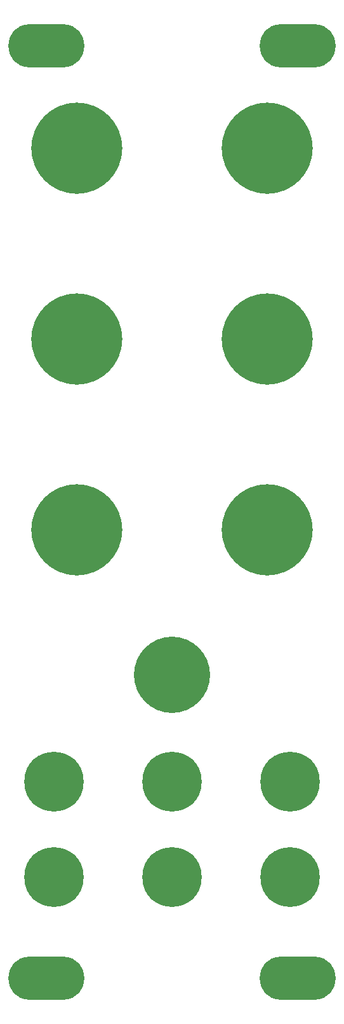
<source format=gbr>
%TF.GenerationSoftware,KiCad,Pcbnew,7.0.1*%
%TF.CreationDate,2024-08-13T21:27:21-04:00*%
%TF.ProjectId,front panel,66726f6e-7420-4706-916e-656c2e6b6963,rev?*%
%TF.SameCoordinates,Original*%
%TF.FileFunction,Soldermask,Bot*%
%TF.FilePolarity,Negative*%
%FSLAX46Y46*%
G04 Gerber Fmt 4.6, Leading zero omitted, Abs format (unit mm)*
G04 Created by KiCad (PCBNEW 7.0.1) date 2024-08-13 21:27:21*
%MOMM*%
%LPD*%
G01*
G04 APERTURE LIST*
%ADD10O,10.160000X5.740400*%
%ADD11C,10.160000*%
%ADD12C,12.150000*%
%ADD13C,7.924800*%
G04 APERTURE END LIST*
D10*
%TO.C,REF\u002A\u002A*%
X97536000Y-53721000D03*
%TD*%
%TO.C,REF\u002A\u002A*%
X131064000Y-53721000D03*
%TD*%
%TO.C,REF\u002A\u002A*%
X131064000Y-177800000D03*
%TD*%
%TO.C,REF\u002A\u002A*%
X97536000Y-177800000D03*
%TD*%
D11*
%TO.C,REF\u002A\u002A*%
X114300000Y-137414000D03*
%TD*%
D12*
%TO.C,REF\u002A\u002A*%
X127000000Y-118110000D03*
%TD*%
%TO.C,REF\u002A\u002A*%
X101600000Y-118110000D03*
%TD*%
%TO.C,REF\u002A\u002A*%
X101600000Y-92710000D03*
%TD*%
%TO.C,REF\u002A\u002A*%
X127000000Y-92710000D03*
%TD*%
%TO.C,REF\u002A\u002A*%
X127000000Y-67310000D03*
%TD*%
%TO.C,REF\u002A\u002A*%
X101600000Y-67310000D03*
%TD*%
D13*
%TO.C,REF\u002A\u002A*%
X130048000Y-164338000D03*
%TD*%
%TO.C,REF\u002A\u002A*%
X114300000Y-164338000D03*
%TD*%
%TO.C,REF\u002A\u002A*%
X98552000Y-164338000D03*
%TD*%
%TO.C,REF\u002A\u002A*%
X130048000Y-151638000D03*
%TD*%
%TO.C,REF\u002A\u002A*%
X114300000Y-151638000D03*
%TD*%
%TO.C,REF\u002A\u002A*%
X98552000Y-151638000D03*
%TD*%
M02*

</source>
